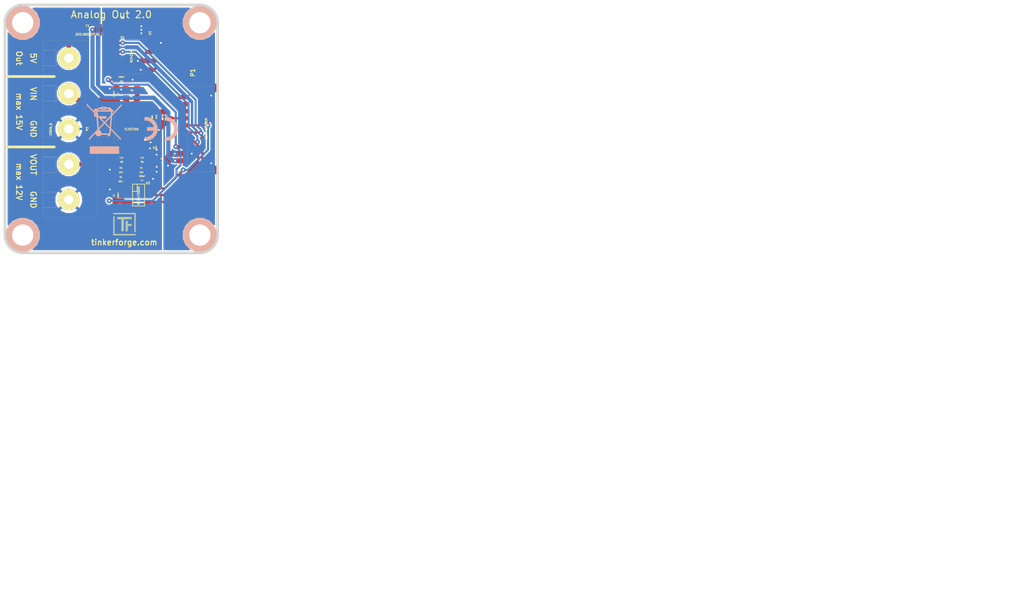
<source format=kicad_pcb>
(kicad_pcb (version 4) (host pcbnew "(2015-03-18 BZR 5525)-product")
  (title_block (title "Analog Out Bricklet") (date "24 Feb 2015") (rev 2.0) (company "Tinkerforge GmbH") (comment 1 "Licensed under CERN OHL v.1.1") (comment 2 "Copyright (©) 2015, B.Nordmeyer <bastian@tinkerforge.com>"))
  (layers (0 Vorderseite signal) (31 Rückseite signal) (34 B.Paste user) (35 F.Paste user) (36 B.SilkS user) (37 F.SilkS user) (38 B.Mask user) (39 F.Mask user) (44 Edge.Cuts user))
  (net 0 "")
  (net 1 +5V)
  (net 2 GND)
  (net 3 SCL)
  (net 4 SDA)
  (net 5 VCC)
  (net 6 AGND)
  (net 7 3V3)
  (net 8 "Net-(C4-Pad1)")
  (net 9 "Net-(P1-Pad6)")
  (net 10 "Net-(R1-Pad2)")
  (net 11 "Net-(P1-Pad7)")
  (net 12 "Net-(R3-Pad1)")
  (net 13 "Net-(R4-Pad2)")
  (net 14 "Net-(P2-Pad2)")
  (net 15 "Net-(F1-Pad2)")
  (net 16 "Net-(R5-Pad1)")
  (net 17 "Net-(R10-Pad2)")
  (module Logo_31x31 (layer Vorderseite) (at 153.325 111.95)
    (fp_text reference Ref** hide)
    (fp_text value Val** hide)
  )
  (module Fiducial_Mark (layer Vorderseite) (at 161.2 113.275)
    (fp_text reference Fiducial_Mark hide)
    (fp_text value VAL** hide)
    (pad 1 smd circle (at 0 0) (size 1.00076 1.00076) (layers Vorderseite F.Mask) (clearance 0.65024))
  )
  (module Fiducial_Mark (layer Vorderseite) (at 144.25168 86.5759)
    (fp_text reference Fiducial_Mark hide)
    (fp_text value VAL** hide)
    (pad 1 smd circle (at 0 0) (size 1.00076 1.00076) (layers Vorderseite F.Mask) (clearance 0.65024))
  )
  (module WEEE_7mm (layer Rückseite) (at 152.05 100.075)
    (fp_text reference VAL hide)
    (fp_text value WEEE_7mm hide)
  )
  (module CE_5mm (layer Rückseite) (at 160.05 100.075 180)
    (fp_text reference VAL hide)
    (fp_text value CE_5mm hide)
  )
  (module kicad-libraries:MiniMelf (layer Vorderseite) (at 154.65 86.075)
    (fp_text reference D1 (at 0 1.09982) (layer F.SilkS) (effects (font (size 0.29972 0.29972) (thickness 0.0762))))
    (fp_text value 5V (at 0 -1.69926) (layer F.SilkS) (effects (font (size 0.29972 0.29972) (thickness 0.0762))))
    (pad 2 smd rect (at -1.69926 0) (size 1.19888 1.6002) (layers Vorderseite F.Paste F.Mask) (net 1 +5V))
    (pad 1 smd rect (at 1.69926 0) (size 1.19888 1.6002) (layers Vorderseite F.Paste F.Mask) (net 2 GND))
  )
  (module kicad-libraries:0603 (layer Vorderseite) (at 153.8 95.175 90)
    (fp_text reference C1 (at 0.05 0.225 90) (layer F.SilkS) (effects (font (size 0.2 0.2) (thickness 0.05))))
    (fp_text value 100nF (at 0.05 -0.375 90) (layer F.SilkS) (effects (font (size 0.2 0.2) (thickness 0.05))))
    (pad 1 smd rect (at -0.8001 0 90) (size 0.8001 0.8001) (layers Vorderseite F.Paste F.Mask) (net 5 VCC))
    (pad 2 smd rect (at 0.8001 0 90) (size 0.8001 0.8001) (layers Vorderseite F.Paste F.Mask) (net 6 AGND))
  )
  (module kicad-libraries:0603 (layer Vorderseite) (at 153.65 109.425 270)
    (fp_text reference C2 (at 0.05 0.225 270) (layer F.SilkS) (effects (font (size 0.2 0.2) (thickness 0.05))))
    (fp_text value 100nF (at 0.05 -0.375 270) (layer F.SilkS) (effects (font (size 0.2 0.2) (thickness 0.05))))
    (pad 1 smd rect (at -0.8001 0 270) (size 0.8001 0.8001) (layers Vorderseite F.Paste F.Mask) (net 6 AGND))
    (pad 2 smd rect (at 0.8001 0 270) (size 0.8001 0.8001) (layers Vorderseite F.Paste F.Mask) (net 7 3V3))
  )
  (module kicad-libraries:0603 (layer Vorderseite) (at 154.45 93.125)
    (fp_text reference C3 (at 0.05 0.225) (layer F.SilkS) (effects (font (size 0.2 0.2) (thickness 0.05))))
    (fp_text value 100nF (at 0.05 -0.375) (layer F.SilkS) (effects (font (size 0.2 0.2) (thickness 0.05))))
    (pad 1 smd rect (at -0.8001 0) (size 0.8001 0.8001) (layers Vorderseite F.Paste F.Mask) (net 7 3V3))
    (pad 2 smd rect (at 0.8001 0) (size 0.8001 0.8001) (layers Vorderseite F.Paste F.Mask) (net 2 GND))
  )
  (module kicad-libraries:0603 (layer Vorderseite) (at 157.35 107.125)
    (fp_text reference C4 (at 0.05 0.225) (layer F.SilkS) (effects (font (size 0.2 0.2) (thickness 0.05))))
    (fp_text value 180pF (at 0.05 -0.375) (layer F.SilkS) (effects (font (size 0.2 0.2) (thickness 0.05))))
    (pad 1 smd rect (at -0.8001 0) (size 0.8001 0.8001) (layers Vorderseite F.Paste F.Mask) (net 8 "Net-(C4-Pad1)"))
    (pad 2 smd rect (at 0.8001 0) (size 0.8001 0.8001) (layers Vorderseite F.Paste F.Mask) (net 6 AGND))
  )
  (module kicad-libraries:CON-SENSOR (layer Vorderseite) (at 168.05 100.075 90)
    (fp_text reference P1 (at 7.9502 -3.50012 90) (layer F.SilkS) (effects (font (size 0.59944 0.59944) (thickness 0.12446))))
    (fp_text value CON-SENSOR (at 0 -1.6002 90) (layer F.SilkS) (effects (font (size 0.29972 0.29972) (thickness 0.07112))))
    (pad 1 smd rect (at -4.50088 -4.7752 90) (size 0.59944 1.5494) (layers Vorderseite F.Paste F.Mask) (net 1 +5V))
    (pad 2 smd rect (at -3.50012 -4.7752 90) (size 0.59944 1.5494) (layers Vorderseite F.Paste F.Mask) (net 2 GND))
    (pad 3 smd rect (at -2.49936 -4.7752 90) (size 0.59944 1.5494) (layers Vorderseite F.Paste F.Mask) (net 7 3V3))
    (pad 4 smd rect (at -1.50114 -4.7752 90) (size 0.59944 1.5494) (layers Vorderseite F.Paste F.Mask) (net 3 SCL))
    (pad 5 smd rect (at -0.50038 -4.7752 90) (size 0.59944 1.5494) (layers Vorderseite F.Paste F.Mask) (net 4 SDA))
    (pad 6 smd rect (at 0.50038 -4.7752 90) (size 0.59944 1.5494) (layers Vorderseite F.Paste F.Mask) (net 9 "Net-(P1-Pad6)"))
    (pad 7 smd rect (at 1.50114 -4.7752 90) (size 0.59944 1.5494) (layers Vorderseite F.Paste F.Mask) (net 11 "Net-(P1-Pad7)"))
    (pad 8 smd rect (at 2.49936 -4.7752 90) (size 0.59944 1.5494) (layers Vorderseite F.Paste F.Mask))
    (pad 9 smd rect (at 3.50012 -4.7752 90) (size 0.59944 1.5494) (layers Vorderseite F.Paste F.Mask))
    (pad 10 smd rect (at 4.50088 -4.7752 90) (size 0.59944 1.5494) (layers Vorderseite F.Paste F.Mask))
    (pad EP smd rect (at -5.79882 -0.89916 90) (size 1.19888 1.80086) (layers Vorderseite F.Paste F.Mask) (net 2 GND))
    (pad EP smd rect (at 5.79882 -0.89916 90) (size 1.19888 1.80086) (layers Vorderseite F.Paste F.Mask) (net 2 GND))
  )
  (module kicad-libraries:0603 (layer Vorderseite) (at 154.45 107.125 180)
    (fp_text reference R1 (at 0.05 0.225 180) (layer F.SilkS) (effects (font (size 0.2 0.2) (thickness 0.05))))
    (fp_text value 68.1 (at 0.05 -0.375 180) (layer F.SilkS) (effects (font (size 0.2 0.2) (thickness 0.05))))
    (pad 1 smd rect (at -0.8001 0 180) (size 0.8001 0.8001) (layers Vorderseite F.Paste F.Mask) (net 8 "Net-(C4-Pad1)"))
    (pad 2 smd rect (at 0.8001 0 180) (size 0.8001 0.8001) (layers Vorderseite F.Paste F.Mask) (net 10 "Net-(R1-Pad2)"))
  )
  (module kicad-libraries:0603 (layer Vorderseite) (at 160.25 104.525 180)
    (fp_text reference R2 (at 0.05 0.225 180) (layer F.SilkS) (effects (font (size 0.2 0.2) (thickness 0.05))))
    (fp_text value 0 (at 0.05 -0.375 180) (layer F.SilkS) (effects (font (size 0.2 0.2) (thickness 0.05))))
    (pad 1 smd rect (at -0.8001 0 180) (size 0.8001 0.8001) (layers Vorderseite F.Paste F.Mask) (net 2 GND))
    (pad 2 smd rect (at 0.8001 0 180) (size 0.8001 0.8001) (layers Vorderseite F.Paste F.Mask) (net 6 AGND))
  )
  (module kicad-libraries:0603 (layer Vorderseite) (at 154.45 105.825 180)
    (fp_text reference R3 (at 0.05 0.225 180) (layer F.SilkS) (effects (font (size 0.2 0.2) (thickness 0.05))))
    (fp_text value 3k3 (at 0.05 -0.375 180) (layer F.SilkS) (effects (font (size 0.2 0.2) (thickness 0.05))))
    (pad 1 smd rect (at -0.8001 0 180) (size 0.8001 0.8001) (layers Vorderseite F.Paste F.Mask) (net 12 "Net-(R3-Pad1)"))
    (pad 2 smd rect (at 0.8001 0 180) (size 0.8001 0.8001) (layers Vorderseite F.Paste F.Mask) (net 6 AGND))
  )
  (module kicad-libraries:0603 (layer Vorderseite) (at 157.35 105.825 180)
    (fp_text reference R4 (at 0.05 0.225 180) (layer F.SilkS) (effects (font (size 0.2 0.2) (thickness 0.05))))
    (fp_text value 3k3 (at 0.05 -0.375 180) (layer F.SilkS) (effects (font (size 0.2 0.2) (thickness 0.05))))
    (pad 1 smd rect (at -0.8001 0 180) (size 0.8001 0.8001) (layers Vorderseite F.Paste F.Mask) (net 8 "Net-(C4-Pad1)"))
    (pad 2 smd rect (at 0.8001 0 180) (size 0.8001 0.8001) (layers Vorderseite F.Paste F.Mask) (net 13 "Net-(R4-Pad2)"))
  )
  (module kicad-libraries:0603 (layer Vorderseite) (at 155.9 95.725 180)
    (fp_text reference R5 (at 0.05 0.225 180) (layer F.SilkS) (effects (font (size 0.2 0.2) (thickness 0.05))))
    (fp_text value 12k (at 0.05 -0.375 180) (layer F.SilkS) (effects (font (size 0.2 0.2) (thickness 0.05))))
    (pad 1 smd rect (at -0.8001 0 180) (size 0.8001 0.8001) (layers Vorderseite F.Paste F.Mask) (net 16 "Net-(R5-Pad1)"))
    (pad 2 smd rect (at 0.8001 0 180) (size 0.8001 0.8001) (layers Vorderseite F.Paste F.Mask) (net 11 "Net-(P1-Pad7)"))
  )
  (module kicad-libraries:0603 (layer Vorderseite) (at 157.35 104.525)
    (fp_text reference R6 (at 0.05 0.225) (layer F.SilkS) (effects (font (size 0.2 0.2) (thickness 0.05))))
    (fp_text value 12k (at 0.05 -0.375) (layer F.SilkS) (effects (font (size 0.2 0.2) (thickness 0.05))))
    (pad 1 smd rect (at -0.8001 0) (size 0.8001 0.8001) (layers Vorderseite F.Paste F.Mask) (net 13 "Net-(R4-Pad2)"))
    (pad 2 smd rect (at 0.8001 0) (size 0.8001 0.8001) (layers Vorderseite F.Paste F.Mask) (net 6 AGND))
  )
  (module kicad-libraries:0603 (layer Vorderseite) (at 160.5 98.425 270)
    (fp_text reference R7 (at 0.05 0.225 270) (layer F.SilkS) (effects (font (size 0.2 0.2) (thickness 0.05))))
    (fp_text value 12k (at 0.05 -0.375 270) (layer F.SilkS) (effects (font (size 0.2 0.2) (thickness 0.05))))
    (pad 1 smd rect (at -0.8001 0 270) (size 0.8001 0.8001) (layers Vorderseite F.Paste F.Mask) (net 17 "Net-(R10-Pad2)"))
    (pad 2 smd rect (at 0.8001 0 270) (size 0.8001 0.8001) (layers Vorderseite F.Paste F.Mask) (net 6 AGND))
  )
  (module kicad-libraries:0603 (layer Vorderseite) (at 154.45 104.525)
    (fp_text reference R8 (at 0.05 0.225) (layer F.SilkS) (effects (font (size 0.2 0.2) (thickness 0.05))))
    (fp_text value 12k (at 0.05 -0.375) (layer F.SilkS) (effects (font (size 0.2 0.2) (thickness 0.05))))
    (pad 1 smd rect (at -0.8001 0) (size 0.8001 0.8001) (layers Vorderseite F.Paste F.Mask) (net 14 "Net-(P2-Pad2)"))
    (pad 2 smd rect (at 0.8001 0) (size 0.8001 0.8001) (layers Vorderseite F.Paste F.Mask) (net 12 "Net-(R3-Pad1)"))
  )
  (module kicad-libraries:SOIC8 (layer Vorderseite) (at 155.9 89.825 90)
    (fp_text reference U1 (at 3.29946 2.60096 90) (layer F.SilkS) (effects (font (size 0.29972 0.29972) (thickness 0.0762))))
    (fp_text value M24C64 (at 0 0 90) (layer F.SilkS) (effects (font (size 0.29972 0.29972) (thickness 0.0762))))
    (pad 1 smd rect (at -1.90246 2.69748 270) (size 0.59944 1.5494) (layers Vorderseite F.Paste F.Mask) (net 2 GND))
    (pad 2 smd rect (at -0.63246 2.69748 270) (size 0.59944 1.5494) (layers Vorderseite F.Paste F.Mask) (net 2 GND))
    (pad 3 smd rect (at 0.63246 2.69748 270) (size 0.59944 1.5494) (layers Vorderseite F.Paste F.Mask) (net 9 "Net-(P1-Pad6)"))
    (pad 4 smd rect (at 1.90246 2.69748 270) (size 0.59944 1.5494) (layers Vorderseite F.Paste F.Mask) (net 2 GND))
    (pad 5 smd rect (at 1.90246 -2.69748 90) (size 0.59944 1.5494) (layers Vorderseite F.Paste F.Mask) (net 4 SDA))
    (pad 6 smd rect (at 0.63246 -2.69748 90) (size 0.59944 1.5494) (layers Vorderseite F.Paste F.Mask) (net 3 SCL))
    (pad 7 smd rect (at -0.63246 -2.69748 90) (size 0.59944 1.5494) (layers Vorderseite F.Paste F.Mask))
    (pad 8 smd rect (at -1.90246 -2.69748 90) (size 0.59944 1.5494) (layers Vorderseite F.Paste F.Mask) (net 7 3V3))
  )
  (module kicad-libraries:SOT23-6 (layer Vorderseite) (at 156.9 109.425 270)
    (fp_text reference U2 (at -1.69926 -1.30048 360) (layer F.SilkS) (effects (font (size 0.29972 0.29972) (thickness 0.0762))))
    (fp_text value MCP4725A0 (at 0.1016 0 270) (layer F.SilkS) (effects (font (size 0.29972 0.29972) (thickness 0.0762))))
    (pad 1 smd rect (at -0.94996 1.19888 270) (size 0.50038 0.8001) (layers Vorderseite F.Paste F.Mask) (net 10 "Net-(R1-Pad2)") (clearance 0.14986))
    (pad 2 smd rect (at 0 1.19888 270) (size 0.50038 0.8001) (layers Vorderseite F.Paste F.Mask) (net 6 AGND) (clearance 0.14986))
    (pad 3 smd rect (at 0.94996 1.19888 270) (size 0.50038 0.8001) (layers Vorderseite F.Paste F.Mask) (net 7 3V3) (clearance 0.14986))
    (pad 6 smd rect (at -0.94996 -1.19888 270) (size 0.50038 0.8001) (layers Vorderseite F.Paste F.Mask) (net 9 "Net-(P1-Pad6)") (clearance 0.14986))
    (pad 4 smd rect (at 0.94996 -1.19888 270) (size 0.50038 0.8001) (layers Vorderseite F.Paste F.Mask) (net 4 SDA) (clearance 0.14986))
    (pad 5 smd rect (at 0 -1.19888 270) (size 0.50038 0.8001) (layers Vorderseite F.Paste F.Mask) (net 3 SCL) (clearance 0.14986))
  )
  (module kicad-libraries:SOIC8 (layer Vorderseite) (at 155.9 100.125)
    (fp_text reference U3 (at 3.29946 2.60096) (layer F.SilkS) (effects (font (size 0.29972 0.29972) (thickness 0.0762))))
    (fp_text value TLV272IS (at 0 0) (layer F.SilkS) (effects (font (size 0.29972 0.29972) (thickness 0.0762))))
    (pad 1 smd rect (at -1.90246 2.69748 180) (size 0.59944 1.5494) (layers Vorderseite F.Paste F.Mask) (net 14 "Net-(P2-Pad2)"))
    (pad 2 smd rect (at -0.63246 2.69748 180) (size 0.59944 1.5494) (layers Vorderseite F.Paste F.Mask) (net 12 "Net-(R3-Pad1)"))
    (pad 3 smd rect (at 0.63246 2.69748 180) (size 0.59944 1.5494) (layers Vorderseite F.Paste F.Mask) (net 13 "Net-(R4-Pad2)"))
    (pad 4 smd rect (at 1.90246 2.69748 180) (size 0.59944 1.5494) (layers Vorderseite F.Paste F.Mask) (net 6 AGND))
    (pad 5 smd rect (at 1.90246 -2.69748) (size 0.59944 1.5494) (layers Vorderseite F.Paste F.Mask) (net 17 "Net-(R10-Pad2)"))
    (pad 6 smd rect (at 0.63246 -2.69748) (size 0.59944 1.5494) (layers Vorderseite F.Paste F.Mask) (net 16 "Net-(R5-Pad1)"))
    (pad 7 smd rect (at -0.63246 -2.69748) (size 0.59944 1.5494) (layers Vorderseite F.Paste F.Mask) (net 11 "Net-(P1-Pad7)"))
    (pad 8 smd rect (at -1.90246 -2.69748) (size 0.59944 1.5494) (layers Vorderseite F.Paste F.Mask) (net 5 VCC))
  )
  (module kicad-libraries:DRILL_NP (layer Vorderseite) (at 165.55 115.075)
    (fp_text reference U4 hide)
    (fp_text value DRILL hide)
    (pad "" np_thru_hole circle (at 0 0) (size 2.99974 2.99974) (drill 2.99974) (layers *.Cu *.Mask F.SilkS) (clearance 0.89916))
  )
  (module kicad-libraries:DRILL_NP (layer Vorderseite) (at 140.55 115.075)
    (fp_text reference U5 hide)
    (fp_text value DRILL hide)
    (pad "" np_thru_hole circle (at 0 0) (size 2.99974 2.99974) (drill 2.99974) (layers *.Cu *.Mask F.SilkS) (clearance 0.89916))
  )
  (module kicad-libraries:DRILL_NP (layer Vorderseite) (at 140.55 85.075)
    (fp_text reference U6 hide)
    (fp_text value DRILL hide)
    (pad "" np_thru_hole circle (at 0 0) (size 2.99974 2.99974) (drill 2.99974) (layers *.Cu *.Mask F.SilkS) (clearance 0.89916))
  )
  (module kicad-libraries:DRILL_NP (layer Vorderseite) (at 165.55 85.075)
    (fp_text reference U7 hide)
    (fp_text value DRILL hide)
    (pad "" np_thru_hole circle (at 0 0) (size 2.99974 2.99974) (drill 2.99974) (layers *.Cu *.Mask F.SilkS) (clearance 0.89916))
  )
  (module kicad-libraries:1206 (layer Vorderseite) (at 149.7 86.075 180)
    (fp_text reference F1 (at 0 0.5375 180) (layer F.SilkS) (effects (font (size 0.3 0.3) (thickness 0.075))))
    (fp_text value OZCJ0035FF2G (at 0 -0.65 180) (layer F.SilkS) (effects (font (size 0.3 0.3) (thickness 0.075))))
    (pad 1 smd rect (at -1.50114 0 180) (size 1.00076 1.6002) (layers Vorderseite F.Paste F.Mask) (net 1 +5V))
    (pad 2 smd rect (at 1.50114 0 180) (size 1.00076 1.6002) (layers Vorderseite F.Paste F.Mask) (net 15 "Net-(F1-Pad2)"))
  )
  (module kicad-libraries:AKL_5_5 (layer Vorderseite) (at 147.05 100.075 90)
    (fp_text reference P2 (at 0 2.60096 90) (layer F.SilkS) (effects (font (size 0.3 0.3) (thickness 0.075))))
    (fp_text value CONN_5 (at -0.0508 -2.55016 90) (layer F.SilkS) (effects (font (size 0.29972 0.29972) (thickness 0.07493))))
    (pad 2 thru_hole circle (at -5 0 90) (size 2.99974 2.99974) (drill 1.30048) (layers *.Cu *.Mask F.SilkS) (net 14 "Net-(P2-Pad2)"))
    (pad 3 thru_hole circle (at 0 0 90) (size 2.99974 2.99974) (drill 1.30048) (layers *.Cu *.Mask F.SilkS) (net 6 AGND))
    (pad 4 thru_hole circle (at 5 0 90) (size 2.99974 2.99974) (drill 1.30048) (layers *.Cu *.Mask F.SilkS) (net 5 VCC))
    (pad 5 thru_hole circle (at 10 0 90) (size 2.99974 2.99974) (drill 1.30048) (layers *.Cu *.Mask F.SilkS) (net 15 "Net-(F1-Pad2)"))
    (pad 1 thru_hole circle (at -10 0 90) (size 2.99974 2.99974) (drill 1.30048) (layers *.Cu *.Mask F.SilkS) (net 6 AGND))
  )
  (module kicad-libraries:0603 (layer Vorderseite) (at 155.9 94.425)
    (fp_text reference R9 (at 0.05 0.225) (layer F.SilkS) (effects (font (size 0.2 0.2) (thickness 0.05))))
    (fp_text value 68k (at 0.05 -0.375) (layer F.SilkS) (effects (font (size 0.2 0.2) (thickness 0.05))))
    (pad 1 smd rect (at -0.8001 0) (size 0.8001 0.8001) (layers Vorderseite F.Paste F.Mask) (net 6 AGND))
    (pad 2 smd rect (at 0.8001 0) (size 0.8001 0.8001) (layers Vorderseite F.Paste F.Mask) (net 16 "Net-(R5-Pad1)"))
  )
  (module kicad-libraries:0603 (layer Vorderseite) (at 159.2 98.425 90)
    (fp_text reference R10 (at 0.05 0.225 90) (layer F.SilkS) (effects (font (size 0.2 0.2) (thickness 0.05))))
    (fp_text value 68k (at 0.05 -0.375 90) (layer F.SilkS) (effects (font (size 0.2 0.2) (thickness 0.05))))
    (pad 1 smd rect (at -0.8001 0 90) (size 0.8001 0.8001) (layers Vorderseite F.Paste F.Mask) (net 5 VCC))
    (pad 2 smd rect (at 0.8001 0 90) (size 0.8001 0.8001) (layers Vorderseite F.Paste F.Mask) (net 17 "Net-(R10-Pad2)"))
  )
  (gr_text Out (at 140.05 90.075 270) (layer F.SilkS) (effects (font (size 0.8 0.8) (thickness 0.14986))))
  (gr_line (start 145 92.675) (end 138.05 92.675) (angle 90) (layer F.SilkS) (width 0.381))
  (gr_line (start 143.3 102.625) (end 145 102.625) (angle 90) (layer F.SilkS) (width 0.381))
  (gr_line (start 143.35 102.625) (end 138.05 102.625) (angle 90) (layer F.SilkS) (width 0.381))
  (gr_line (start 168.05 85.075) (end 168.05 115.075) (angle 90) (layer Edge.Cuts) (width 0.381))
  (gr_line (start 138.05 115.075) (end 138.05 85.075) (angle 90) (layer Edge.Cuts) (width 0.381))
  (gr_line (start 140.55 82.575) (end 165.55 82.575) (angle 90) (layer Edge.Cuts) (width 0.381))
  (gr_line (start 165.55 117.575) (end 140.55 117.575) (angle 90) (layer Edge.Cuts) (width 0.381))
  (gr_text "max 12V" (at 140.05 107.525 270) (layer F.SilkS) (effects (font (size 0.8 0.8) (thickness 0.14986))))
  (gr_text GND (at 142.05 100.075 270) (layer F.SilkS) (effects (font (size 0.8 0.8) (thickness 0.14986))))
  (gr_text 5V (at 142.05 90.075 270) (layer F.SilkS) (effects (font (size 0.8001 0.8001) (thickness 0.14986))))
  (gr_text VIN (at 142.05 95.125 270) (layer F.SilkS) (effects (font (size 0.8 0.8) (thickness 0.14986))))
  (gr_text GND (at 142.05 110.075 270) (layer F.SilkS) (effects (font (size 0.8 0.8) (thickness 0.14986))))
  (gr_text VOUT (at 142.05 105.125 270) (layer F.SilkS) (effects (font (size 0.8 0.8) (thickness 0.14986))))
  (gr_arc (start 165.55086 85.07412) (end 165.55086 82.57476) (angle 90) (layer Edge.Cuts) (width 0.381))
  (gr_arc (start 140.5509 85.07412) (end 138.049 85.07412) (angle 90) (layer Edge.Cuts) (width 0.381))
  (gr_arc (start 140.5509 115.07534) (end 140.5509 117.5747) (angle 90) (layer Edge.Cuts) (width 0.381))
  (gr_arc (start 165.55086 115.07534) (end 168.05022 115.07534) (angle 90) (layer Edge.Cuts) (width 0.381))
  (gr_text tinkerforge.com (at 154.875 116.1) (layer F.SilkS) (effects (font (size 0.8001 0.8001) (thickness 0.14986))))
  (gr_text "max 15V" (at 140.05 97.625 270) (layer F.SilkS) (effects (font (size 0.8 0.8) (thickness 0.14986))))
  (gr_text "Analog Out 2.0" (at 153.05 83.925) (layer F.SilkS) (effects (font (size 1 1))))
  (segment (start 152.95074 86.075) (end 151.20114 86.075) (width 0.59944) (layer Vorderseite) (net 1))
  (segment (start 159.05 95.675) (end 161.1 97.725) (width 0.59944) (layer Rückseite) (net 1))
  (via (at 150.4 86.075) (size 0.70104) (layers Vorderseite Rückseite) (net 1))
  (segment (start 150.4 86.075) (end 150.4 94.125) (width 0.59944) (layer Rückseite) (net 1))
  (segment (start 150.4 94.125) (end 151.95 95.675) (width 0.59944) (layer Rückseite) (net 1))
  (segment (start 162.05088 104.57588) (end 163.2748 104.57588) (width 0.7) (layer Vorderseite) (net 1))
  (segment (start 162.05 104.575) (end 161.7 104.575) (width 0.59944) (layer Rückseite) (net 1))
  (segment (start 161.1 103.975) (end 161.1 97.725) (width 0.59944) (layer Rückseite) (net 1))
  (segment (start 161.7 104.575) (end 161.1 103.975) (width 0.59944) (layer Rückseite) (net 1))
  (segment (start 162.05088 104.57588) (end 162.05 104.575) (width 0.7) (layer Vorderseite) (net 1))
  (via (at 162.05 104.575) (size 0.70104) (layers Vorderseite Rückseite) (net 1))
  (segment (start 151.20114 86.075) (end 150.4 86.075) (width 0.59944) (layer Vorderseite) (net 1))
  (segment (start 151.95 95.675) (end 159.05 95.675) (width 0.59944) (layer Rückseite) (net 1))
  (segment (start 158.65 86.525) (end 157.7 85.575) (width 0.29972) (layer Rückseite) (net 2))
  (via (at 157.3 85.575) (size 0.70104) (layers Vorderseite Rückseite) (net 2))
  (segment (start 157.3 85.575) (end 156.84926 85.575) (width 0.59944) (layer Vorderseite) (net 2))
  (segment (start 157.7 85.575) (end 157.3 85.575) (width 0.29972) (layer Rückseite) (net 2))
  (segment (start 156.34926 86.075) (end 156.84926 86.575) (width 0.59944) (layer Vorderseite) (net 2))
  (segment (start 156.84926 86.575) (end 157.3 86.575) (width 0.59944) (layer Vorderseite) (net 2))
  (segment (start 157.3 86.575) (end 157.3 86.525) (width 0.59944) (layer Rückseite) (net 2))
  (via (at 157.3 86.575) (size 0.70104) (layers Vorderseite Rückseite) (net 2))
  (segment (start 156.34926 86.075) (end 156.84926 85.575) (width 0.59944) (layer Vorderseite) (net 2))
  (segment (start 161.0501 104.0249) (end 161.0501 104.525) (width 0.7) (layer Vorderseite) (net 2))
  (segment (start 161.0501 105.2749) (end 161.05 105.275) (width 0.7) (layer Vorderseite) (net 2))
  (via (at 161.05 105.275) (size 0.70104) (layers Vorderseite Rückseite) (net 2))
  (segment (start 161.0501 104.525) (end 161.0501 105.2749) (width 0.8001) (layer Vorderseite) (net 2))
  (segment (start 161.5 103.575) (end 161.0501 104.0249) (width 0.8001) (layer Vorderseite) (net 2))
  (segment (start 163.2748 103.57512) (end 162.00012 103.57512) (width 0.8001) (layer Vorderseite) (net 2))
  (via (at 162 103.575) (size 0.70104) (layers Vorderseite Rückseite) (net 2))
  (segment (start 162.00012 103.57512) (end 162 103.575) (width 0.7) (layer Vorderseite) (net 2))
  (segment (start 162 103.575) (end 161.5 103.575) (width 0.8001) (layer Vorderseite) (net 2))
  (segment (start 156.81754 90.45746) (end 158.59748 90.45746) (width 0.7) (layer Vorderseite) (net 2))
  (via (at 156.8 90.475) (size 0.70104) (layers Vorderseite Rückseite) (net 2))
  (segment (start 156.81754 90.45746) (end 156.8 90.475) (width 0.7) (layer Vorderseite) (net 2))
  (via (at 157.2 91.725) (size 0.70104) (layers Vorderseite Rückseite) (net 2))
  (segment (start 158.59748 91.72746) (end 157.20246 91.72746) (width 0.7) (layer Vorderseite) (net 2))
  (segment (start 157.20246 91.72746) (end 157.2 91.725) (width 0.7) (layer Vorderseite) (net 2))
  (segment (start 157.2 90.875) (end 156.8 90.475) (width 0.29972) (layer Rückseite) (net 2))
  (segment (start 157.2 91.725) (end 157.2 90.875) (width 0.29972) (layer Rückseite) (net 2))
  (via (at 156.05 93.125) (size 0.70104) (layers Vorderseite Rückseite) (net 2))
  (segment (start 155.2501 93.125) (end 156.05 93.125) (width 0.7) (layer Vorderseite) (net 2))
  (segment (start 156.05 92.875) (end 157.2 91.725) (width 0.29972) (layer Rückseite) (net 2))
  (segment (start 156.05 93.125) (end 156.05 92.875) (width 0.29972) (layer Rückseite) (net 2))
  (segment (start 154.1 90.475) (end 152.95 89.325) (width 0.29972) (layer Rückseite) (net 2))
  (segment (start 152.95 89.325) (end 152.95 87.475) (width 0.29972) (layer Rückseite) (net 2))
  (segment (start 152.95 87.475) (end 153.9 86.525) (width 0.29972) (layer Rückseite) (net 2))
  (segment (start 153.9 86.525) (end 157.3 86.525) (width 0.29972) (layer Rückseite) (net 2))
  (segment (start 157.3 86.525) (end 158.65 86.525) (width 0.29972) (layer Rückseite) (net 2))
  (segment (start 158.65 86.525) (end 160.05 87.925) (width 0.29972) (layer Rückseite) (net 2))
  (segment (start 160.04754 87.92254) (end 158.59748 87.92254) (width 0.7) (layer Vorderseite) (net 2))
  (via (at 160.05 87.925) (size 0.70104) (layers Vorderseite Rückseite) (net 2))
  (segment (start 160.04754 87.92254) (end 160.05 87.925) (width 0.7) (layer Vorderseite) (net 2))
  (segment (start 156.8 90.475) (end 154.1 90.475) (width 0.29972) (layer Rückseite) (net 2))
  (segment (start 160.85 87.925) (end 167.15 94.225) (width 0.29972) (layer Rückseite) (net 2))
  (segment (start 167.15 94.225) (end 167.15 95.375) (width 0.29972) (layer Rückseite) (net 2))
  (via (at 167.15 95.375) (size 0.70104) (layers Vorderseite Rückseite) (net 2))
  (segment (start 167.15 95.375) (end 167.15084 95.37416) (width 0.29972) (layer Vorderseite) (net 2))
  (segment (start 167.15084 95.37416) (end 167.15084 94.27618) (width 0.29972) (layer Vorderseite) (net 2))
  (segment (start 160.05 87.925) (end 160.85 87.925) (width 0.29972) (layer Rückseite) (net 2))
  (segment (start 167.15 98.275) (end 167.45 98.575) (width 0.29972) (layer Rückseite) (net 2))
  (segment (start 167.45 98.575) (end 167.45 104.625) (width 0.29972) (layer Rückseite) (net 2))
  (segment (start 167.45 104.625) (end 167.15 104.925) (width 0.29972) (layer Rückseite) (net 2))
  (via (at 167.15 104.925) (size 0.70104) (layers Vorderseite Rückseite) (net 2))
  (segment (start 167.15 104.925) (end 167.15084 104.92584) (width 0.29972) (layer Vorderseite) (net 2))
  (segment (start 167.15084 104.92584) (end 167.15084 105.87382) (width 0.29972) (layer Vorderseite) (net 2))
  (segment (start 167.15 95.375) (end 167.15 98.275) (width 0.29972) (layer Rückseite) (net 2))
  (segment (start 164.4 103.375) (end 163.05 102.025) (width 0.29972) (layer Rückseite) (net 2))
  (segment (start 163.05 102.025) (end 163.05 96.775) (width 0.29972) (layer Rückseite) (net 2))
  (segment (start 163.05 96.775) (end 158 91.725) (width 0.29972) (layer Rückseite) (net 2))
  (segment (start 158 91.725) (end 157.2 91.725) (width 0.29972) (layer Rückseite) (net 2))
  (segment (start 163.2748 103.57512) (end 164.39988 103.57512) (width 0.8001) (layer Vorderseite) (net 2))
  (via (at 164.4 103.575) (size 0.70104) (layers Vorderseite Rückseite) (net 2))
  (segment (start 164.39988 103.57512) (end 164.4 103.575) (width 0.7) (layer Vorderseite) (net 2))
  (segment (start 164.4 103.575) (end 164.4 103.375) (width 0.29972) (layer Rückseite) (net 2))
  (via (at 157.3 86.075) (size 0.70104) (layers Vorderseite Rückseite) (net 2))
  (segment (start 156.34926 86.075) (end 157.3 86.075) (width 0.7) (layer Vorderseite) (net 2))
  (segment (start 165.025 102.15) (end 165.3 102.425) (width 0.29972) (layer Vorderseite) (net 3))
  (segment (start 164.45114 101.57614) (end 165.025 102.15) (width 0.29972) (layer Vorderseite) (net 3))
  (segment (start 165.3 102.425) (end 165.3 104.775) (width 0.29972) (layer Vorderseite) (net 3))
  (segment (start 165.3 104.775) (end 160.65 109.425) (width 0.29972) (layer Vorderseite) (net 3))
  (segment (start 160.65 109.425) (end 158.09888 109.425) (width 0.29972) (layer Vorderseite) (net 3))
  (segment (start 163.2748 101.57614) (end 164.45114 101.57614) (width 0.29972) (layer Vorderseite) (net 3))
  (segment (start 165.025 102.1) (end 165.2 101.925) (width 0.29972) (layer Vorderseite) (net 3))
  (via (at 165.2 101.925) (size 0.70104) (layers Vorderseite Rückseite) (net 3))
  (segment (start 165.2 101.925) (end 165.2 101.125) (width 0.29972) (layer Rückseite) (net 3))
  (segment (start 165.2 101.125) (end 163.95 99.875) (width 0.29972) (layer Rückseite) (net 3))
  (segment (start 163.95 99.875) (end 163.95 96.625) (width 0.29972) (layer Rückseite) (net 3))
  (segment (start 163.95 96.625) (end 156.5 89.175) (width 0.29972) (layer Rückseite) (net 3))
  (segment (start 156.5 89.175) (end 154.65 89.175) (width 0.29972) (layer Rückseite) (net 3))
  (via (at 154.65 89.175) (size 0.70104) (layers Vorderseite Rückseite) (net 3))
  (segment (start 154.65 89.175) (end 154.63246 89.19254) (width 0.29972) (layer Vorderseite) (net 3))
  (segment (start 154.63246 89.19254) (end 153.20252 89.19254) (width 0.29972) (layer Vorderseite) (net 3))
  (segment (start 165.025 102.15) (end 165.025 102.1) (width 0.29972) (layer Vorderseite) (net 3))
  (segment (start 165.6 100.825) (end 165.9 101.125) (width 0.29972) (layer Vorderseite) (net 4))
  (segment (start 165.35038 100.57538) (end 165.6 100.825) (width 0.29972) (layer Vorderseite) (net 4))
  (segment (start 165.9 101.125) (end 165.9 105.625) (width 0.29972) (layer Vorderseite) (net 4))
  (segment (start 165.9 105.625) (end 161.15004 110.37496) (width 0.29972) (layer Vorderseite) (net 4))
  (segment (start 161.15004 110.37496) (end 158.09888 110.37496) (width 0.29972) (layer Vorderseite) (net 4))
  (segment (start 163.2748 100.57538) (end 165.35038 100.57538) (width 0.29972) (layer Vorderseite) (net 4))
  (segment (start 165.7 100.225) (end 164.95 99.475) (width 0.29972) (layer Rückseite) (net 4))
  (segment (start 164.95 99.475) (end 164.95 95.975) (width 0.29972) (layer Rückseite) (net 4))
  (segment (start 164.95 95.975) (end 156.9 87.925) (width 0.29972) (layer Rückseite) (net 4))
  (segment (start 156.9 87.925) (end 154.65 87.925) (width 0.29972) (layer Rückseite) (net 4))
  (via (at 154.65 87.925) (size 0.70104) (layers Vorderseite Rückseite) (net 4))
  (segment (start 154.65 87.925) (end 154.64754 87.92254) (width 0.29972) (layer Vorderseite) (net 4))
  (segment (start 154.64754 87.92254) (end 153.20252 87.92254) (width 0.29972) (layer Vorderseite) (net 4))
  (segment (start 165.6 100.825) (end 165.6 100.775) (width 0.29972) (layer Vorderseite) (net 4))
  (via (at 165.7 100.675) (size 0.70104) (layers Vorderseite Rückseite) (net 4))
  (segment (start 165.6 100.775) (end 165.7 100.675) (width 0.29972) (layer Vorderseite) (net 4))
  (segment (start 165.7 100.675) (end 165.7 100.225) (width 0.29972) (layer Rückseite) (net 4))
  (segment (start 153.99754 96.17264) (end 153.8 95.9751) (width 0.59944) (layer Vorderseite) (net 5))
  (segment (start 153.99754 97.42752) (end 153.99754 96.17264) (width 0.59944) (layer Vorderseite) (net 5))
  (segment (start 147.9501 95.9751) (end 147.05 95.075) (width 0.59944) (layer Vorderseite) (net 5))
  (segment (start 153.8 95.9751) (end 147.9501 95.9751) (width 0.59944) (layer Vorderseite) (net 5))
  (segment (start 154.8501 99.2251) (end 153.99754 98.37254) (width 0.59944) (layer Vorderseite) (net 5))
  (segment (start 153.99754 98.37254) (end 153.99754 97.42752) (width 0.59944) (layer Vorderseite) (net 5))
  (segment (start 159.2 99.2251) (end 154.8501 99.2251) (width 0.59944) (layer Vorderseite) (net 5))
  (segment (start 159.4499 104.525) (end 158.1501 104.525) (width 0.7) (layer Vorderseite) (net 6))
  (segment (start 147.05 100.075) (end 156.25 100.075) (width 0.29972) (layer Rückseite) (net 6))
  (segment (start 152.85 108.625) (end 148.5 108.625) (width 0.29972) (layer Rückseite) (net 6))
  (segment (start 148.5 108.625) (end 147.05 110.075) (width 0.29972) (layer Rückseite) (net 6))
  (segment (start 152.85 105.825) (end 153.6499 105.825) (width 0.7) (layer Vorderseite) (net 6))
  (segment (start 155.05 109.425) (end 154.2499 108.6249) (width 0.59944) (layer Vorderseite) (net 6))
  (segment (start 154.2499 108.6249) (end 153.65 108.6249) (width 0.59944) (layer Vorderseite) (net 6))
  (segment (start 155.70112 109.425) (end 155.05 109.425) (width 0.59944) (layer Vorderseite) (net 6))
  (via (at 158.6 101.975) (size 0.70104) (layers Vorderseite Rückseite) (net 6))
  (segment (start 157.80246 102.77254) (end 158.6 101.975) (width 0.7) (layer Vorderseite) (net 6))
  (segment (start 157.80246 102.82248) (end 157.80246 102.77254) (width 0.7) (layer Vorderseite) (net 6))
  (via (at 152.85 105.825) (size 0.70104) (layers Vorderseite Rückseite) (net 6))
  (segment (start 153.65 108.6249) (end 152.8501 108.6249) (width 0.7) (layer Vorderseite) (net 6))
  (via (at 152.85 108.625) (size 0.70104) (layers Vorderseite Rückseite) (net 6))
  (segment (start 152.8501 108.6249) (end 152.85 108.625) (width 0.7) (layer Vorderseite) (net 6))
  (segment (start 152.85 108.625) (end 152.85 105.825) (width 0.29972) (layer Rückseite) (net 6))
  (segment (start 156.45 107.125) (end 154.95 108.625) (width 0.29972) (layer Rückseite) (net 6))
  (segment (start 154.95 108.625) (end 152.85 108.625) (width 0.29972) (layer Rückseite) (net 6))
  (segment (start 158.1501 107.125) (end 158.95 107.125) (width 0.7) (layer Vorderseite) (net 6))
  (via (at 158.95 107.125) (size 0.70104) (layers Vorderseite Rückseite) (net 6))
  (segment (start 158.95 107.125) (end 156.45 107.125) (width 0.29972) (layer Rückseite) (net 6))
  (segment (start 158.95 105.925) (end 159.45 105.425) (width 0.29972) (layer Rückseite) (net 6))
  (segment (start 159.4499 105.4249) (end 159.4499 104.525) (width 0.7) (layer Vorderseite) (net 6))
  (via (at 159.45 105.425) (size 0.70104) (layers Vorderseite Rückseite) (net 6))
  (segment (start 159.4499 105.4249) (end 159.45 105.425) (width 0.7) (layer Vorderseite) (net 6))
  (segment (start 158.95 107.125) (end 158.95 105.925) (width 0.29972) (layer Rückseite) (net 6))
  (segment (start 159.4 103.725) (end 158.5 102.825) (width 0.29972) (layer Rückseite) (net 6))
  (segment (start 158.49748 102.82248) (end 157.80246 102.82248) (width 0.7) (layer Vorderseite) (net 6))
  (via (at 158.5 102.825) (size 0.70104) (layers Vorderseite Rückseite) (net 6))
  (segment (start 158.49748 102.82248) (end 158.5 102.825) (width 0.7) (layer Vorderseite) (net 6))
  (segment (start 159.4499 104.525) (end 159.4499 103.7251) (width 0.7) (layer Vorderseite) (net 6))
  (segment (start 159.4499 103.7251) (end 159.45 103.725) (width 0.7) (layer Vorderseite) (net 6))
  (via (at 159.45 103.725) (size 0.70104) (layers Vorderseite Rückseite) (net 6))
  (segment (start 159.45 103.725) (end 159.4 103.725) (width 0.29972) (layer Rückseite) (net 6))
  (segment (start 157.80246 102.82248) (end 157.80246 101.62746) (width 0.7) (layer Vorderseite) (net 6))
  (via (at 159.45 103.025) (size 0.70104) (layers Vorderseite Rückseite) (net 6))
  (segment (start 159.45 103.725) (end 159.45 103.025) (width 0.7) (layer Vorderseite) (net 6))
  (via (at 159.45 106.125) (size 0.70104) (layers Vorderseite Rückseite) (net 6))
  (segment (start 159.45 105.425) (end 159.45 106.125) (width 0.7) (layer Vorderseite) (net 6))
  (segment (start 156.25 100.075) (end 157.8 101.625) (width 0.29972) (layer Rückseite) (net 6))
  (segment (start 157.80246 101.62746) (end 157.8 101.625) (width 0.7) (layer Vorderseite) (net 6))
  (via (at 157.8 101.625) (size 0.70104) (layers Vorderseite Rückseite) (net 6))
  (segment (start 152.8501 94.3749) (end 152.85 94.375) (width 0.59944) (layer Vorderseite) (net 6))
  (via (at 152.85 94.375) (size 0.70104) (layers Vorderseite Rückseite) (net 6))
  (segment (start 153.8 94.3749) (end 152.8501 94.3749) (width 0.59944) (layer Vorderseite) (net 6))
  (segment (start 154.55 94.425) (end 154.45 94.525) (width 0.59944) (layer Vorderseite) (net 6))
  (via (at 154.45 94.525) (size 0.70104) (layers Vorderseite Rückseite) (net 6))
  (segment (start 155.0999 94.425) (end 154.55 94.425) (width 0.59944) (layer Vorderseite) (net 6))
  (via (at 159.75 100.225) (size 0.70104) (layers Vorderseite Rückseite) (net 6))
  (segment (start 160.5 99.475) (end 159.75 100.225) (width 0.59944) (layer Vorderseite) (net 6))
  (segment (start 160.5 99.2251) (end 160.5 99.475) (width 0.59944) (layer Vorderseite) (net 6))
  (segment (start 154.84996 110.37496) (end 154.7001 110.2251) (width 0.59944) (layer Vorderseite) (net 7))
  (segment (start 154.7001 110.2251) (end 153.65 110.2251) (width 0.59944) (layer Vorderseite) (net 7))
  (segment (start 155.70112 110.37496) (end 154.84996 110.37496) (width 0.59944) (layer Vorderseite) (net 7))
  (segment (start 152.7501 110.2251) (end 152.75 110.225) (width 0.29972) (layer Vorderseite) (net 7))
  (via (at 152.75 110.225) (size 0.70104) (layers Vorderseite Rückseite) (net 7))
  (segment (start 152.75 110.225) (end 152.75 110.225) (width 0.29972) (layer Rückseite) (net 7))
  (segment (start 152.75 110.225) (end 158.9 110.225) (width 0.29972) (layer Rückseite) (net 7))
  (segment (start 153.65 110.2251) (end 152.7501 110.2251) (width 0.29972) (layer Vorderseite) (net 7))
  (segment (start 153.6499 92.17484) (end 153.20252 91.72746) (width 0.7) (layer Vorderseite) (net 7))
  (segment (start 153.6499 93.125) (end 153.6499 92.17484) (width 0.7) (layer Vorderseite) (net 7))
  (segment (start 162.825 105.2) (end 162.25 105.775) (width 0.29972) (layer Rückseite) (net 7))
  (segment (start 162.25 105.775) (end 162.25 106.875) (width 0.29972) (layer Rückseite) (net 7))
  (segment (start 162.25 106.875) (end 158.9 110.225) (width 0.29972) (layer Rückseite) (net 7))
  (via (at 162.15 102.575) (size 0.70104) (layers Vorderseite Rückseite) (net 7))
  (segment (start 163.2748 102.57436) (end 162.15064 102.57436) (width 0.29972) (layer Vorderseite) (net 7))
  (segment (start 162.15064 102.57436) (end 162.15 102.575) (width 0.29972) (layer Vorderseite) (net 7))
  (segment (start 162.15 97.725) (end 158.25 93.825) (width 0.29972) (layer Rückseite) (net 7))
  (segment (start 153.3 93.825) (end 158.25 93.825) (width 0.29972) (layer Rückseite) (net 7))
  (segment (start 153.3 93.825) (end 152.6 93.125) (width 0.29972) (layer Rückseite) (net 7))
  (via (at 152.6 93.125) (size 0.70104) (layers Vorderseite Rückseite) (net 7))
  (segment (start 152.6 93.125) (end 153.6499 93.125) (width 0.29972) (layer Vorderseite) (net 7))
  (segment (start 162.15 102.575) (end 162.15 97.725) (width 0.29972) (layer Rückseite) (net 7))
  (segment (start 162.825 103.25) (end 162.15 102.575) (width 0.29972) (layer Rückseite) (net 7))
  (segment (start 162.825 105.2) (end 162.825 103.25) (width 0.29972) (layer Rückseite) (net 7))
  (segment (start 158.1501 105.825) (end 157.85 105.825) (width 0.29972) (layer Vorderseite) (net 8))
  (segment (start 156.5499 107.125) (end 155.2501 107.125) (width 0.7) (layer Vorderseite) (net 8))
  (segment (start 156.55 107.125) (end 156.5499 107.125) (width 0.29972) (layer Vorderseite) (net 8))
  (segment (start 157.85 105.825) (end 156.55 107.125) (width 0.29972) (layer Vorderseite) (net 8))
  (via (at 163.2 105.875) (size 0.70104) (layers Vorderseite Rückseite) (net 9))
  (segment (start 160.59996 108.47504) (end 163.2 105.875) (width 0.29972) (layer Vorderseite) (net 9))
  (segment (start 158.09888 108.47504) (end 160.59996 108.47504) (width 0.29972) (layer Vorderseite) (net 9))
  (segment (start 160.56754 89.19254) (end 158.59748 89.19254) (width 0.29972) (layer Vorderseite) (net 9))
  (segment (start 164.7 93.325) (end 160.56754 89.19254) (width 0.29972) (layer Vorderseite) (net 9))
  (segment (start 166.69962 99.57462) (end 166.7 99.575) (width 0.29972) (layer Vorderseite) (net 9))
  (via (at 166.7 99.575) (size 0.70104) (layers Vorderseite Rückseite) (net 9))
  (segment (start 166.7 99.575) (end 166.7 103.025) (width 0.29972) (layer Rückseite) (net 9))
  (segment (start 166.7 103.025) (end 163.85 105.875) (width 0.29972) (layer Rückseite) (net 9))
  (segment (start 163.85 105.875) (end 163.2 105.875) (width 0.29972) (layer Rückseite) (net 9))
  (segment (start 163.2748 99.57462) (end 166.69962 99.57462) (width 0.29972) (layer Vorderseite) (net 9))
  (segment (start 166.7 96.975) (end 164.7 94.975) (width 0.29972) (layer Vorderseite) (net 9))
  (segment (start 164.7 94.975) (end 164.7 93.325) (width 0.29972) (layer Vorderseite) (net 9))
  (segment (start 166.7 99.575) (end 166.7 96.975) (width 0.29972) (layer Vorderseite) (net 9))
  (segment (start 153.8 107.125) (end 153.6499 107.125) (width 0.29972) (layer Vorderseite) (net 10))
  (segment (start 155.15004 108.47504) (end 153.8 107.125) (width 0.29972) (layer Vorderseite) (net 10))
  (segment (start 155.70112 108.47504) (end 155.15004 108.47504) (width 0.29972) (layer Vorderseite) (net 10))
  (segment (start 155.26754 95.89264) (end 155.0999 95.725) (width 0.59944) (layer Vorderseite) (net 11))
  (segment (start 155.26754 97.42752) (end 155.26754 95.89264) (width 0.59944) (layer Vorderseite) (net 11))
  (segment (start 155.26754 98.14254) (end 155.26754 97.42752) (width 0.29972) (layer Vorderseite) (net 11))
  (segment (start 161.69886 98.57386) (end 161.55 98.425) (width 0.29972) (layer Vorderseite) (net 11))
  (segment (start 161.55 98.425) (end 158.55 98.425) (width 0.29972) (layer Vorderseite) (net 11))
  (segment (start 158.55 98.425) (end 158.4 98.575) (width 0.29972) (layer Vorderseite) (net 11))
  (segment (start 158.4 98.575) (end 155.7 98.575) (width 0.29972) (layer Vorderseite) (net 11))
  (segment (start 155.7 98.575) (end 155.26754 98.14254) (width 0.29972) (layer Vorderseite) (net 11))
  (segment (start 163.2748 98.57386) (end 161.69886 98.57386) (width 0.29972) (layer Vorderseite) (net 11))
  (segment (start 155.2501 102.83992) (end 155.26754 102.82248) (width 0.7) (layer Vorderseite) (net 12))
  (segment (start 155.2501 104.525) (end 155.2501 102.83992) (width 0.7) (layer Vorderseite) (net 12))
  (segment (start 155.2501 104.525) (end 155.2501 105.825) (width 0.7) (layer Vorderseite) (net 12))
  (segment (start 156.5499 105.825) (end 156.5499 104.525) (width 0.7) (layer Vorderseite) (net 13))
  (segment (start 156.5499 102.83992) (end 156.53246 102.82248) (width 0.7) (layer Vorderseite) (net 13))
  (segment (start 156.5499 104.525) (end 156.5499 102.83992) (width 0.7) (layer Vorderseite) (net 13))
  (segment (start 150.95 105.075) (end 147.05 105.075) (width 0.59944) (layer Vorderseite) (net 14))
  (segment (start 153.6499 104.525) (end 151.5 104.525) (width 0.59944) (layer Vorderseite) (net 14))
  (segment (start 151.5 104.525) (end 150.95 105.075) (width 0.59944) (layer Vorderseite) (net 14))
  (segment (start 153.99754 104.17736) (end 153.6499 104.525) (width 0.7) (layer Vorderseite) (net 14))
  (segment (start 153.99754 102.82248) (end 153.99754 104.17736) (width 0.7) (layer Vorderseite) (net 14))
  (segment (start 148.19886 86.075) (end 147.05 87.22386) (width 0.59944) (layer Vorderseite) (net 15))
  (segment (start 147.05 87.22386) (end 147.05 90.075) (width 0.59944) (layer Vorderseite) (net 15))
  (segment (start 147.05 90.775) (end 147.05 90.075) (width 0.59944) (layer Rückseite) (net 15))
  (segment (start 156.53246 95.89264) (end 156.7001 95.725) (width 0.59944) (layer Vorderseite) (net 16))
  (segment (start 156.53246 97.42752) (end 156.53246 95.89264) (width 0.59944) (layer Vorderseite) (net 16))
  (segment (start 156.7001 94.425) (end 156.7001 95.725) (width 0.59944) (layer Vorderseite) (net 16))
  (segment (start 157.80508 97.4249) (end 157.80246 97.42752) (width 0.59944) (layer Vorderseite) (net 17))
  (segment (start 160.5 97.6249) (end 159.2 97.6249) (width 0.59944) (layer Vorderseite) (net 17))
  (segment (start 157.99984 97.6249) (end 157.80246 97.42752) (width 0.59944) (layer Vorderseite) (net 17))
  (segment (start 159.2 97.6249) (end 157.99984 97.6249) (width 0.59944) (layer Vorderseite) (net 17))
  (zone (net 6) (net_name AGND) (layer Rückseite) (connect_pads (clearance 0.1778)) (min_thickness 0.1778) (fill yes (arc_segments 16) (thermal_gap 0.381) (thermal_bridge_width 0.381))
    (polygon (pts (xy 151.55 82.575) (xy 151.5 93.975) (xy 157.45 93.975) (xy 160.2 97.775) (xy 160.2 117.575) (xy 138.05 117.575) (xy 138.05 82.575)))
  )
  (zone (net 2) (net_name GND) (layer Rückseite) (connect_pads (clearance 0.1778)) (min_thickness 0.1778) (fill yes (arc_segments 16) (thermal_gap 0.381) (thermal_bridge_width 0.381))
    (polygon (pts (xy 168 117.575) (xy 160.4 117.575) (xy 160.4 97.675) (xy 157.7 93.675) (xy 151.75 93.675) (xy 151.75 82.575) (xy 168 82.575)))
  )
)
</source>
